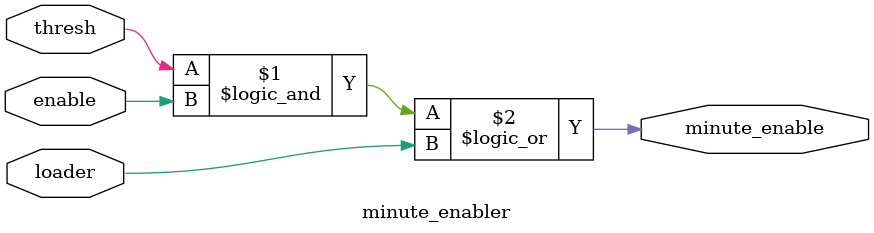
<source format=v>
`timescale 1ns / 1ps


module minute_enabler(input enable,input thresh, input loader, output minute_enable

    ); 
   assign minute_enable = ((thresh && enable) || loader); 
   
endmodule

</source>
